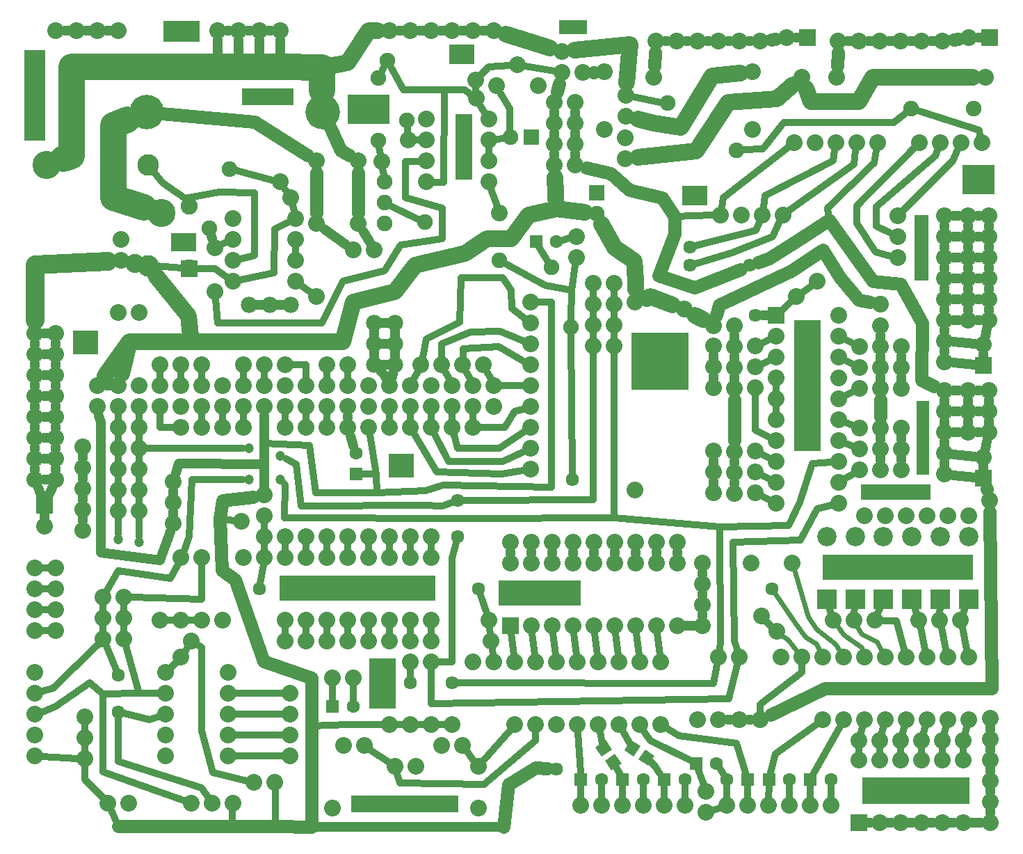
<source format=gbl>
G04 MADE WITH FRITZING*
G04 WWW.FRITZING.ORG*
G04 DOUBLE SIDED*
G04 HOLES PLATED*
G04 CONTOUR ON CENTER OF CONTOUR VECTOR*
%ASAXBY*%
%FSLAX23Y23*%
%MOIN*%
%OFA0B0*%
%SFA1.0B1.0*%
%ADD10C,0.078000*%
%ADD11C,0.092000*%
%ADD12C,0.080157*%
%ADD13C,0.165354*%
%ADD14C,0.134646*%
%ADD15C,0.103150*%
%ADD16C,0.063622*%
%ADD17C,0.047244*%
%ADD18C,0.075000*%
%ADD19C,0.082000*%
%ADD20C,0.062992*%
%ADD21R,0.748031X0.122048*%
%ADD22R,0.129257X0.239826*%
%ADD23R,0.393701X0.122048*%
%ADD24R,0.722221X0.122048*%
%ADD25R,0.157480X0.144443*%
%ADD26R,0.062992X0.354331*%
%ADD27R,0.337183X0.075036*%
%ADD28R,0.070866X0.314961*%
%ADD29R,0.078740X0.314961*%
%ADD30R,0.102362X0.433071*%
%ADD31R,0.171887X0.098425*%
%ADD32R,0.273998X0.275590*%
%ADD33R,0.118517X0.118110*%
%ADD34R,0.137796X0.070866*%
%ADD35R,0.247406X0.081480*%
%ADD36R,0.118517X0.092591*%
%ADD37R,0.118517X0.086614*%
%ADD38R,0.203702X0.144443*%
%ADD39R,0.125984X0.629921*%
%ADD40R,0.511811X0.078740*%
%ADD41R,0.511811X0.125984*%
%ADD42R,0.092000X0.092000*%
%ADD43R,0.082000X0.082000*%
%ADD44R,0.080157X0.080157*%
%ADD45R,0.062992X0.062992*%
%ADD46R,0.075000X0.075000*%
%ADD47C,0.064000*%
%ADD48C,0.032000*%
%ADD49C,0.048000*%
%ADD50C,0.024000*%
%ADD51C,0.128000*%
%ADD52C,0.080000*%
%ADD53C,0.090000*%
%ADD54R,0.001000X0.001000*%
%LNCOPPER0*%
G90*
G70*
G54D10*
X1108Y2552D03*
X1208Y2552D03*
X1308Y2552D03*
X1808Y2265D03*
X1808Y2365D03*
X1808Y2465D03*
X1808Y2265D03*
X1808Y2365D03*
X1808Y2465D03*
X1708Y2465D03*
X1708Y2365D03*
X1708Y2265D03*
G54D11*
X3878Y1143D03*
X3878Y1443D03*
X4014Y1143D03*
X4014Y1443D03*
X4150Y1143D03*
X4150Y1443D03*
X4286Y1143D03*
X4286Y1443D03*
X4422Y1143D03*
X4422Y1443D03*
X4558Y1143D03*
X4558Y1443D03*
G54D12*
X383Y2065D03*
X483Y2065D03*
X583Y2065D03*
X683Y2065D03*
X783Y2065D03*
X883Y2065D03*
X983Y2065D03*
X1083Y2065D03*
X1183Y2065D03*
X1283Y2065D03*
X1383Y2065D03*
X1483Y2065D03*
X1583Y2065D03*
X1683Y2065D03*
X1783Y2065D03*
X1883Y2065D03*
X1983Y2065D03*
X2083Y2065D03*
X2183Y2065D03*
X2283Y2065D03*
X383Y2065D03*
X483Y2065D03*
X583Y2065D03*
X683Y2065D03*
X783Y2065D03*
X883Y2065D03*
X983Y2065D03*
X1083Y2065D03*
X1183Y2065D03*
X1283Y2065D03*
X1383Y2065D03*
X1483Y2065D03*
X1583Y2065D03*
X1683Y2065D03*
X1783Y2065D03*
X1883Y2065D03*
X1983Y2065D03*
X2083Y2065D03*
X2183Y2065D03*
X2283Y2065D03*
X2283Y2165D03*
X2183Y2165D03*
X2083Y2165D03*
X1983Y2165D03*
X1883Y2165D03*
X1783Y2165D03*
X1683Y2165D03*
X1583Y2165D03*
X1483Y2165D03*
X1383Y2165D03*
X1283Y2165D03*
X1183Y2165D03*
X1083Y2165D03*
X983Y2165D03*
X883Y2165D03*
X783Y2165D03*
X683Y2165D03*
X583Y2165D03*
X483Y2165D03*
X383Y2165D03*
X1483Y2265D03*
X1583Y2265D03*
X683Y2265D03*
X783Y2265D03*
X883Y2265D03*
X1083Y2265D03*
X1183Y2265D03*
X1283Y2265D03*
X783Y1965D03*
X883Y1965D03*
X983Y1965D03*
X1083Y1965D03*
X1283Y1965D03*
X1383Y1965D03*
X1483Y1965D03*
X1783Y1965D03*
X1883Y1965D03*
X1983Y1965D03*
X2083Y1965D03*
X2183Y1965D03*
X1933Y2265D03*
X2033Y2265D03*
X2133Y2265D03*
X2233Y2265D03*
G54D13*
X1461Y3476D03*
X620Y3476D03*
G54D14*
X688Y2991D03*
G54D15*
X624Y2739D03*
X624Y3222D03*
G54D14*
X138Y3222D03*
G54D16*
X2108Y1440D03*
X2108Y1615D03*
G54D12*
X4158Y865D03*
X3358Y865D03*
X4258Y565D03*
X4458Y565D03*
X4458Y865D03*
X3958Y865D03*
X4058Y865D03*
X3458Y565D03*
X3258Y565D03*
X3358Y565D03*
X3458Y865D03*
X4158Y565D03*
X4558Y565D03*
X3958Y565D03*
X4258Y865D03*
X3558Y565D03*
X4358Y565D03*
X3858Y865D03*
X4058Y565D03*
X3858Y565D03*
X3758Y865D03*
X4558Y865D03*
X3658Y865D03*
X4358Y865D03*
X1583Y1340D03*
X783Y1340D03*
X1683Y1040D03*
X1883Y1040D03*
X1883Y1340D03*
X1383Y1340D03*
X1483Y1340D03*
X883Y1040D03*
X683Y1040D03*
X783Y1040D03*
X883Y1340D03*
X1583Y1040D03*
X1983Y1040D03*
X1383Y1040D03*
X1683Y1340D03*
X983Y1040D03*
X1783Y1040D03*
X1283Y1340D03*
X1483Y1040D03*
X1283Y1040D03*
X1183Y1340D03*
X1983Y1340D03*
X1083Y1340D03*
X1783Y1340D03*
X3083Y540D03*
X2983Y540D03*
X2883Y540D03*
X2783Y540D03*
X2683Y540D03*
X2583Y540D03*
X1983Y540D03*
X2983Y840D03*
X2583Y840D03*
X2283Y840D03*
X1883Y540D03*
X2883Y840D03*
X2383Y540D03*
X3083Y840D03*
X2683Y840D03*
X2383Y840D03*
X1983Y840D03*
X1783Y540D03*
X2483Y540D03*
X2083Y540D03*
X2783Y840D03*
X2483Y840D03*
X2183Y840D03*
X1883Y840D03*
G54D16*
X2658Y1715D03*
X2083Y740D03*
X1883Y740D03*
G54D12*
X1908Y340D03*
X2208Y140D03*
X2208Y340D03*
X1808Y340D03*
X1508Y140D03*
G54D16*
X3614Y1190D03*
G54D12*
X833Y940D03*
X783Y865D03*
G54D16*
X2208Y1190D03*
X2583Y327D03*
X1158Y1190D03*
X483Y602D03*
X483Y777D03*
G54D17*
X1258Y1827D03*
X1108Y1865D03*
X1108Y1715D03*
X1258Y1715D03*
X583Y1415D03*
X483Y1427D03*
G54D16*
X3221Y2740D03*
X3221Y2827D03*
X3508Y2740D03*
X3536Y2501D03*
G54D12*
X3194Y2530D03*
X496Y2765D03*
X4659Y1616D03*
X496Y2865D03*
X3833Y2665D03*
X3733Y2590D03*
X1433Y2590D03*
X3637Y987D03*
X2269Y940D03*
X1183Y1440D03*
X1308Y3065D03*
X3564Y1062D03*
X2258Y1040D03*
X1071Y1515D03*
X4662Y572D03*
X4662Y472D03*
X4662Y372D03*
X4662Y272D03*
X4662Y172D03*
X4662Y72D03*
X4108Y1040D03*
X4008Y1040D03*
X3908Y1040D03*
X4519Y1040D03*
X4419Y1040D03*
X4319Y1040D03*
X4558Y1543D03*
X4458Y1543D03*
X4358Y1543D03*
X4258Y1543D03*
X4158Y1543D03*
X4058Y1543D03*
X4531Y466D03*
X4431Y466D03*
X4331Y466D03*
X4231Y466D03*
X4131Y466D03*
X4031Y466D03*
X1258Y3140D03*
X1333Y2665D03*
X1033Y2665D03*
X1333Y2965D03*
X1333Y2765D03*
X1333Y2865D03*
X1033Y2765D03*
X1033Y2965D03*
X1033Y2865D03*
X1433Y3240D03*
X1433Y2940D03*
X1633Y3240D03*
X1633Y2940D03*
X944Y2615D03*
X944Y2826D03*
X1744Y3237D03*
X1872Y3340D03*
X2308Y2990D03*
X2194Y3629D03*
X2197Y3540D03*
X2258Y3440D03*
X2258Y3140D03*
X1958Y3340D03*
X2258Y3340D03*
X2258Y3240D03*
X1958Y3140D03*
X1958Y3440D03*
X1958Y3240D03*
X2394Y3701D03*
X2494Y3601D03*
X2294Y3601D03*
G54D18*
X919Y2919D03*
X1015Y3203D03*
X1951Y2947D03*
X2307Y2766D03*
X1728Y3339D03*
X1728Y3639D03*
X4283Y3490D03*
X4583Y3490D03*
X2652Y2444D03*
X2559Y2730D03*
X1866Y3436D03*
X1773Y3721D03*
G54D19*
X823Y2727D03*
X823Y3025D03*
G54D12*
X1708Y2815D03*
X1608Y2815D03*
X2608Y3765D03*
X2913Y3250D03*
X2913Y3350D03*
X2914Y3455D03*
X2914Y3555D03*
X2708Y3665D03*
X2608Y3665D03*
X1183Y1540D03*
X1183Y1640D03*
X2133Y440D03*
X2033Y440D03*
X1663Y440D03*
X1563Y440D03*
X1233Y265D03*
X1133Y265D03*
X2958Y2565D03*
X2958Y1665D03*
X2678Y2879D03*
X2678Y2779D03*
X3400Y154D03*
X3500Y154D03*
X3798Y154D03*
X3898Y154D03*
X3600Y154D03*
X3700Y154D03*
X3300Y120D03*
X3300Y220D03*
X1508Y765D03*
X1608Y765D03*
X3097Y154D03*
X3197Y154D03*
X2897Y154D03*
X2997Y154D03*
X2697Y154D03*
X2797Y154D03*
X1583Y1965D03*
X1683Y1965D03*
X3058Y3815D03*
X3158Y3815D03*
X3258Y3815D03*
X3358Y3815D03*
X3458Y3815D03*
X3558Y3815D03*
X3933Y3815D03*
X4033Y3815D03*
X4133Y3815D03*
X4233Y3815D03*
X4333Y3815D03*
X4433Y3815D03*
X2811Y3390D03*
X3522Y3390D03*
X3522Y3668D03*
X4637Y3643D03*
X3758Y3643D03*
X2813Y3668D03*
X3926Y3643D03*
X3047Y3643D03*
X3785Y3832D03*
X3685Y3832D03*
X4660Y3831D03*
X4560Y3831D03*
X4629Y2261D03*
X4629Y2361D03*
X4629Y1722D03*
X4629Y1822D03*
X128Y1591D03*
X128Y1491D03*
X410Y1152D03*
X410Y1052D03*
X410Y952D03*
X410Y1152D03*
X410Y1052D03*
X410Y952D03*
X510Y952D03*
X510Y1052D03*
X510Y1152D03*
X483Y1965D03*
X483Y1865D03*
X483Y1765D03*
X483Y1665D03*
X483Y1565D03*
X483Y1965D03*
X483Y1865D03*
X483Y1765D03*
X483Y1665D03*
X483Y1565D03*
X583Y1565D03*
X583Y1665D03*
X583Y1765D03*
X583Y1865D03*
X583Y1965D03*
X83Y2415D03*
X83Y2315D03*
X83Y2215D03*
X83Y2115D03*
X83Y2015D03*
X83Y1915D03*
X83Y1815D03*
X83Y1715D03*
X83Y2415D03*
X83Y2315D03*
X83Y2215D03*
X83Y2115D03*
X83Y2015D03*
X83Y1915D03*
X83Y1815D03*
X83Y1715D03*
X183Y1715D03*
X183Y1815D03*
X183Y1915D03*
X183Y2015D03*
X183Y2115D03*
X183Y2215D03*
X183Y2315D03*
X183Y2415D03*
X2458Y2565D03*
X2458Y2465D03*
X2458Y2365D03*
X2458Y2265D03*
X2458Y2165D03*
X2458Y2065D03*
X2458Y1965D03*
X2458Y1865D03*
X2458Y1765D03*
X1983Y1440D03*
X1883Y1440D03*
X1783Y1440D03*
X1683Y1440D03*
X1583Y1440D03*
X1483Y1440D03*
X1383Y1440D03*
X1283Y1440D03*
X1983Y940D03*
X1883Y940D03*
X1783Y940D03*
X1683Y940D03*
X1583Y940D03*
X1483Y940D03*
X1383Y940D03*
X1283Y940D03*
X83Y390D03*
X83Y490D03*
X83Y590D03*
X83Y690D03*
X83Y790D03*
X4121Y3327D03*
X4021Y3327D03*
X3921Y3327D03*
X3821Y3327D03*
X3721Y3327D03*
X183Y990D03*
X183Y1090D03*
X183Y1190D03*
X183Y1290D03*
X83Y990D03*
X83Y1090D03*
X83Y1190D03*
X83Y1290D03*
X4621Y3327D03*
X4521Y3327D03*
X4421Y3327D03*
X4321Y3327D03*
X1306Y690D03*
X1306Y590D03*
X1306Y490D03*
X1306Y390D03*
X1008Y790D03*
X1008Y690D03*
X1008Y590D03*
X1008Y490D03*
X1008Y390D03*
X708Y790D03*
X708Y690D03*
X708Y590D03*
X708Y490D03*
X708Y390D03*
G54D18*
X3446Y3293D03*
X3114Y3517D03*
G54D12*
X4136Y2554D03*
X3636Y2501D03*
X3936Y2501D03*
X3636Y2401D03*
X3936Y2401D03*
X3636Y2301D03*
X3936Y2301D03*
X3636Y2201D03*
X3936Y2201D03*
X3636Y2101D03*
X3936Y2101D03*
X3636Y2001D03*
X3936Y2001D03*
X3636Y1901D03*
X3936Y1901D03*
X3636Y1801D03*
X3936Y1801D03*
X3636Y1701D03*
X3936Y1701D03*
X3636Y1601D03*
X3936Y1601D03*
X3536Y2154D03*
X3536Y2254D03*
X3536Y2354D03*
X3536Y1651D03*
X3536Y1751D03*
X3536Y1851D03*
X4036Y1762D03*
X4036Y1862D03*
X4036Y1962D03*
X4036Y2151D03*
X4036Y2251D03*
X4036Y2351D03*
X3436Y2451D03*
X3436Y2351D03*
X3436Y2251D03*
X3436Y2151D03*
X4136Y2451D03*
X4136Y2351D03*
X4136Y2251D03*
X4136Y2151D03*
X3336Y1651D03*
X3336Y1751D03*
X3336Y1851D03*
X3436Y1648D03*
X3436Y1748D03*
X3436Y1848D03*
X3336Y2154D03*
X3336Y2254D03*
X3336Y2354D03*
X4136Y1762D03*
X4136Y1862D03*
X4136Y1962D03*
X2858Y2356D03*
X2858Y2456D03*
X2858Y2556D03*
X2858Y2656D03*
X483Y3865D03*
X383Y3865D03*
X283Y3865D03*
X183Y3865D03*
X2758Y2356D03*
X2758Y2456D03*
X2758Y2556D03*
X2758Y2656D03*
X1258Y3865D03*
X1158Y3865D03*
X1058Y3865D03*
X958Y3865D03*
X2283Y3865D03*
X2183Y3865D03*
X2083Y3865D03*
X1983Y3865D03*
X1883Y3865D03*
X1783Y3865D03*
X2572Y3220D03*
X2572Y3320D03*
X2572Y3420D03*
X2572Y3520D03*
X2672Y3220D03*
X2672Y3320D03*
X2672Y3420D03*
X2672Y3520D03*
X4236Y1762D03*
X4236Y1862D03*
X4236Y1962D03*
X4236Y2151D03*
X4236Y2251D03*
X4236Y2351D03*
X3336Y2451D03*
X533Y165D03*
X433Y165D03*
X3283Y1315D03*
X3283Y1215D03*
X3283Y1115D03*
X3283Y1015D03*
X311Y1872D03*
X311Y1772D03*
X311Y1672D03*
X311Y1572D03*
X311Y1472D03*
X4556Y2979D03*
X4556Y2879D03*
X4556Y2779D03*
X4556Y2679D03*
X4556Y2579D03*
X4556Y2479D03*
X4656Y2979D03*
X4656Y2879D03*
X4656Y2779D03*
X4656Y2679D03*
X4656Y2579D03*
X4656Y2479D03*
X4443Y2979D03*
X4443Y2879D03*
X4443Y2779D03*
X4443Y2679D03*
X4443Y2579D03*
X4443Y2479D03*
X4443Y2379D03*
X4443Y2279D03*
X321Y577D03*
X321Y477D03*
X321Y377D03*
X746Y1704D03*
X746Y1604D03*
X746Y1504D03*
X4442Y2140D03*
X4442Y2040D03*
X4442Y1940D03*
X4442Y1840D03*
X4442Y1740D03*
X4556Y2140D03*
X4556Y2040D03*
X4556Y1940D03*
X4656Y2140D03*
X4656Y2040D03*
X4656Y1940D03*
X1031Y165D03*
X931Y165D03*
X831Y165D03*
X4031Y70D03*
X4031Y370D03*
X4131Y70D03*
X4131Y370D03*
X4231Y70D03*
X4231Y370D03*
X4331Y70D03*
X4331Y370D03*
X4431Y70D03*
X4431Y370D03*
X4531Y70D03*
X4531Y370D03*
X2361Y1015D03*
X2361Y1315D03*
X2461Y1015D03*
X2461Y1315D03*
X2561Y1015D03*
X2561Y1315D03*
X2661Y1015D03*
X2661Y1315D03*
X2761Y1015D03*
X2761Y1315D03*
X2861Y1015D03*
X2861Y1315D03*
X2961Y1015D03*
X2961Y1315D03*
X3061Y1015D03*
X3061Y1315D03*
X3161Y1015D03*
X3161Y1315D03*
X2361Y1415D03*
X2461Y1415D03*
X2561Y1415D03*
X2661Y1415D03*
X2761Y1415D03*
X2861Y1415D03*
X2961Y1415D03*
X3061Y1415D03*
X3161Y1415D03*
X3514Y1315D03*
X3713Y1314D03*
X4217Y2977D03*
X4217Y2877D03*
X4217Y2777D03*
X3669Y2983D03*
X3569Y2983D03*
X3469Y2983D03*
X3369Y2983D03*
X481Y2515D03*
X581Y2515D03*
G54D20*
X2484Y2855D03*
X2582Y2855D03*
X3498Y279D03*
X3400Y279D03*
X3800Y279D03*
X3898Y279D03*
X3602Y279D03*
X3700Y279D03*
X3252Y356D03*
X3350Y356D03*
X1510Y627D03*
X1608Y627D03*
X3099Y279D03*
X3197Y279D03*
X2899Y279D03*
X2997Y279D03*
X2699Y279D03*
X2797Y279D03*
X1621Y1741D03*
X1621Y1840D03*
G54D18*
X2774Y3088D03*
X2774Y2988D03*
X2461Y3354D03*
X2361Y3354D03*
X1758Y2940D03*
X1758Y3040D03*
X1758Y3140D03*
G54D21*
X1627Y1196D03*
G54D22*
X1749Y737D03*
G54D23*
X2501Y1170D03*
G54D24*
X4217Y1296D03*
G54D25*
X4605Y3150D03*
G54D26*
X4338Y1915D03*
G54D27*
X4209Y1654D03*
G54D28*
X4331Y2826D03*
G54D29*
X2138Y3309D03*
G54D30*
X83Y3554D03*
G54D31*
X786Y3862D03*
G54D32*
X3078Y2280D03*
G54D33*
X1840Y1783D03*
X324Y2371D03*
G54D34*
X2662Y3880D03*
G54D35*
X1198Y3548D03*
G54D36*
X3245Y3076D03*
G54D37*
X794Y2853D03*
G54D36*
X2130Y3750D03*
G54D38*
X1683Y3487D03*
G54D39*
X3785Y2166D03*
G54D40*
X1854Y162D03*
G54D41*
X4304Y225D03*
G54D42*
X3878Y1143D03*
X4014Y1143D03*
X4150Y1143D03*
X4286Y1143D03*
X4422Y1143D03*
X4558Y1143D03*
G54D43*
X823Y2726D03*
G54D44*
X3785Y3832D03*
X4660Y3831D03*
X4629Y2261D03*
X4629Y1722D03*
X128Y1591D03*
X3636Y2501D03*
X4031Y70D03*
X2361Y1015D03*
G54D45*
X2484Y2855D03*
X3498Y279D03*
X3800Y279D03*
X3602Y279D03*
X3252Y356D03*
X1510Y627D03*
X3099Y279D03*
X2899Y279D03*
X2699Y279D03*
X1621Y1741D03*
G54D46*
X2774Y3088D03*
X2461Y3354D03*
G54D47*
X3870Y714D02*
X4670Y714D01*
D02*
X3607Y588D02*
X3870Y714D01*
D02*
X4670Y714D02*
X4660Y1563D01*
G54D48*
D02*
X3426Y2803D02*
X3619Y2878D01*
D02*
X3619Y2878D02*
X3653Y2950D01*
D02*
X3248Y2748D02*
X3426Y2803D01*
D02*
X3537Y2907D02*
X3248Y2834D01*
D02*
X3555Y2949D02*
X3537Y2907D01*
D02*
X2950Y3548D02*
X3080Y3523D01*
D02*
X4483Y3240D02*
X4243Y3003D01*
D02*
X4506Y3294D02*
X4483Y3240D01*
D02*
X4397Y3265D02*
X4114Y3020D01*
D02*
X4114Y3020D02*
X4114Y2929D01*
D02*
X4114Y2929D02*
X4184Y2894D01*
D02*
X4408Y3293D02*
X4397Y3265D01*
D02*
X4022Y2940D02*
X4111Y2804D01*
D02*
X4022Y3026D02*
X4022Y2940D01*
D02*
X4111Y2804D02*
X4181Y2786D01*
D02*
X4295Y3301D02*
X4022Y3026D01*
G54D49*
D02*
X4443Y2521D02*
X4443Y2536D01*
D02*
X4443Y2421D02*
X4443Y2436D01*
D02*
X4443Y2321D02*
X4443Y2336D01*
D02*
X4556Y2721D02*
X4556Y2736D01*
D02*
X4556Y2621D02*
X4556Y2636D01*
D02*
X4556Y2521D02*
X4556Y2536D01*
D02*
X4656Y2721D02*
X4656Y2736D01*
D02*
X4656Y2621D02*
X4656Y2636D01*
D02*
X4656Y2521D02*
X4656Y2536D01*
D02*
X4598Y2679D02*
X4613Y2679D01*
D02*
X4598Y2579D02*
X4613Y2579D01*
D02*
X4598Y2479D02*
X4613Y2479D01*
D02*
X4485Y2679D02*
X4513Y2679D01*
D02*
X4485Y2579D02*
X4513Y2579D01*
D02*
X4485Y2479D02*
X4513Y2479D01*
D02*
X4646Y2437D02*
X4638Y2403D01*
D02*
X4485Y2375D02*
X4587Y2365D01*
D02*
X4485Y2275D02*
X4587Y2265D01*
G54D48*
D02*
X410Y1089D02*
X410Y1116D01*
D02*
X410Y989D02*
X410Y1016D01*
D02*
X510Y1089D02*
X510Y1116D01*
D02*
X510Y989D02*
X510Y1016D01*
D02*
X321Y514D02*
X321Y541D01*
D02*
X321Y414D02*
X321Y441D01*
D02*
X1719Y1743D02*
X1653Y1742D01*
D02*
X2500Y2827D02*
X2541Y2759D01*
D02*
X3032Y465D02*
X3223Y371D01*
D02*
X3003Y509D02*
X3032Y465D01*
G54D49*
D02*
X732Y1464D02*
X683Y1327D01*
D02*
X683Y1327D02*
X397Y1365D01*
D02*
X1183Y1789D02*
X1183Y1682D01*
D02*
X1183Y1889D02*
X1183Y1789D01*
D02*
X772Y1790D02*
X758Y1744D01*
D02*
X1183Y1789D02*
X772Y1790D01*
D02*
X397Y1365D02*
X397Y1987D01*
D02*
X1183Y2022D02*
X1183Y1889D01*
D02*
X397Y1987D02*
X390Y2023D01*
G54D48*
D02*
X883Y1140D02*
X883Y1303D01*
D02*
X546Y1151D02*
X883Y1140D01*
D02*
X483Y1902D02*
X483Y1928D01*
D02*
X483Y1802D02*
X483Y1828D01*
D02*
X483Y1702D02*
X483Y1728D01*
D02*
X483Y1602D02*
X483Y1628D01*
D02*
X583Y1602D02*
X583Y1628D01*
D02*
X583Y1728D02*
X583Y1702D01*
D02*
X583Y1828D02*
X583Y1802D01*
D02*
X583Y1928D02*
X583Y1902D01*
G54D49*
D02*
X1250Y2552D02*
X1267Y2552D01*
D02*
X1150Y2552D02*
X1167Y2552D01*
G54D48*
D02*
X4527Y1004D02*
X4550Y901D01*
D02*
X4427Y1004D02*
X4450Y901D01*
D02*
X4327Y1004D02*
X4350Y901D01*
D02*
X4211Y1037D02*
X4249Y900D01*
D02*
X4145Y1039D02*
X4211Y1037D01*
G54D50*
D02*
X4044Y974D02*
X4119Y937D01*
D02*
X4119Y937D02*
X4143Y892D01*
D02*
X4023Y1012D02*
X4044Y974D01*
D02*
X4046Y911D02*
X4050Y895D01*
D02*
X3957Y972D02*
X4046Y911D01*
D02*
X3927Y1015D02*
X3957Y972D01*
G54D48*
D02*
X3890Y1102D02*
X3898Y1075D01*
D02*
X4012Y1100D02*
X4010Y1076D01*
D02*
X4134Y1103D02*
X4122Y1074D01*
D02*
X4299Y1102D02*
X4308Y1075D01*
D02*
X4421Y1100D02*
X4420Y1077D01*
D02*
X4543Y1103D02*
X4532Y1074D01*
G54D47*
D02*
X2352Y254D02*
X2483Y334D01*
D02*
X2483Y334D02*
X2538Y330D01*
D02*
X2328Y51D02*
X2352Y254D01*
G54D48*
D02*
X1234Y54D02*
X1234Y228D01*
D02*
X1028Y54D02*
X1030Y128D01*
G54D49*
D02*
X1408Y51D02*
X2328Y51D01*
G54D47*
D02*
X1234Y54D02*
X1408Y51D01*
D02*
X1028Y54D02*
X1234Y54D01*
D02*
X483Y54D02*
X1028Y54D01*
G54D48*
D02*
X448Y131D02*
X483Y54D01*
G54D49*
D02*
X1826Y3865D02*
X1841Y3865D01*
D02*
X1926Y3865D02*
X1941Y3865D01*
D02*
X4513Y2979D02*
X4485Y2979D01*
D02*
X4513Y2879D02*
X4485Y2879D01*
D02*
X4513Y2779D02*
X4485Y2779D01*
D02*
X4443Y2936D02*
X4443Y2921D01*
D02*
X4443Y2836D02*
X4443Y2821D01*
D02*
X4443Y2736D02*
X4443Y2721D01*
D02*
X4443Y2636D02*
X4443Y2621D01*
D02*
X3203Y1015D02*
X3241Y1015D01*
D02*
X1158Y3690D02*
X1158Y3822D01*
D02*
X1058Y3690D02*
X1058Y3822D01*
D02*
X958Y3690D02*
X958Y3822D01*
D02*
X1258Y3690D02*
X1258Y3822D01*
D02*
X3283Y1257D02*
X3283Y1272D01*
D02*
X3283Y1157D02*
X3283Y1172D01*
D02*
X3283Y1072D02*
X3283Y1057D01*
G54D48*
D02*
X820Y1040D02*
X847Y1040D01*
D02*
X720Y1040D02*
X747Y1040D01*
G54D49*
D02*
X3416Y565D02*
X3401Y565D01*
D02*
X3516Y565D02*
X3501Y565D01*
G54D48*
D02*
X3758Y790D02*
X3558Y638D01*
D02*
X3558Y638D02*
X3558Y602D01*
D02*
X3758Y828D02*
X3758Y790D01*
D02*
X4548Y529D02*
X4541Y501D01*
D02*
X4441Y501D02*
X4448Y529D01*
D02*
X4341Y501D02*
X4348Y529D01*
D02*
X4248Y529D02*
X4241Y501D01*
D02*
X4148Y529D02*
X4141Y501D01*
D02*
X4048Y529D02*
X4041Y501D01*
D02*
X1183Y1403D02*
X1183Y1377D01*
D02*
X1283Y1403D02*
X1283Y1377D01*
D02*
X1383Y1403D02*
X1383Y1377D01*
D02*
X1483Y1403D02*
X1483Y1377D01*
D02*
X1583Y1403D02*
X1583Y1377D01*
D02*
X1683Y1403D02*
X1683Y1377D01*
D02*
X1783Y1403D02*
X1783Y1377D01*
D02*
X1883Y1403D02*
X1883Y1377D01*
D02*
X1983Y1403D02*
X1983Y1377D01*
D02*
X1983Y977D02*
X1983Y1003D01*
D02*
X1883Y1003D02*
X1883Y977D01*
D02*
X1783Y1003D02*
X1783Y977D01*
D02*
X1683Y1003D02*
X1683Y977D01*
D02*
X1583Y1003D02*
X1583Y977D01*
D02*
X1483Y1003D02*
X1483Y977D01*
D02*
X1383Y1003D02*
X1383Y977D01*
D02*
X1283Y1003D02*
X1283Y977D01*
G54D49*
D02*
X4136Y1804D02*
X4136Y1820D01*
D02*
X2572Y3278D02*
X2572Y3263D01*
D02*
X2572Y3378D02*
X2572Y3363D01*
D02*
X2572Y3478D02*
X2572Y3463D01*
G54D47*
D02*
X1433Y3186D02*
X1433Y2993D01*
D02*
X1633Y3186D02*
X1633Y2993D01*
G54D48*
D02*
X2295Y3345D02*
X2327Y3349D01*
G54D49*
D02*
X226Y3865D02*
X241Y3865D01*
D02*
X341Y3865D02*
X326Y3865D01*
D02*
X426Y3865D02*
X441Y3865D01*
G54D48*
D02*
X1847Y540D02*
X1820Y540D01*
D02*
X1947Y540D02*
X1920Y540D01*
D02*
X2047Y540D02*
X2020Y540D01*
D02*
X3066Y978D02*
X3079Y876D01*
D02*
X2966Y978D02*
X2979Y876D01*
D02*
X2866Y978D02*
X2879Y876D01*
D02*
X2766Y978D02*
X2779Y876D01*
D02*
X2666Y978D02*
X2679Y876D01*
D02*
X2566Y978D02*
X2579Y876D01*
D02*
X2466Y978D02*
X2479Y876D01*
D02*
X2366Y978D02*
X2379Y876D01*
D02*
X1608Y728D02*
X1608Y660D01*
D02*
X4031Y429D02*
X4031Y407D01*
G54D49*
D02*
X311Y1530D02*
X311Y1514D01*
D02*
X311Y1630D02*
X311Y1614D01*
D02*
X311Y1730D02*
X311Y1714D01*
D02*
X311Y1830D02*
X311Y1814D01*
D02*
X1583Y2007D02*
X1583Y2022D01*
D02*
X1610Y1876D02*
X1595Y1924D01*
D02*
X1758Y2215D02*
X1764Y2203D01*
D02*
X1737Y2236D02*
X1758Y2215D01*
D02*
X1798Y2225D02*
X1794Y2206D01*
D02*
X1750Y2265D02*
X1767Y2265D01*
D02*
X1808Y2324D02*
X1808Y2306D01*
D02*
X1708Y2324D02*
X1708Y2306D01*
D02*
X1750Y2365D02*
X1767Y2365D01*
D02*
X1808Y2406D02*
X1808Y2424D01*
D02*
X1708Y2406D02*
X1708Y2424D01*
D02*
X1767Y2465D02*
X1750Y2465D01*
D02*
X4629Y2304D02*
X4629Y2319D01*
D02*
X4556Y2836D02*
X4556Y2821D01*
D02*
X4656Y2836D02*
X4656Y2821D01*
D02*
X4598Y2779D02*
X4613Y2779D01*
D02*
X4598Y2879D02*
X4613Y2879D01*
D02*
X4598Y2979D02*
X4613Y2979D01*
D02*
X4656Y2936D02*
X4656Y2921D01*
D02*
X4556Y2936D02*
X4556Y2921D01*
G54D48*
D02*
X3368Y329D02*
X3382Y306D01*
D02*
X2758Y2393D02*
X2758Y2420D01*
D02*
X2858Y2420D02*
X2858Y2393D01*
D02*
X2858Y2520D02*
X2858Y2493D01*
D02*
X2758Y2520D02*
X2758Y2493D01*
D02*
X2758Y2620D02*
X2758Y2593D01*
D02*
X2858Y2620D02*
X2858Y2593D01*
G54D49*
D02*
X4236Y2293D02*
X4236Y2309D01*
D02*
X4236Y2193D02*
X4236Y2209D01*
D02*
X4236Y1904D02*
X4236Y1920D01*
D02*
X4236Y1804D02*
X4236Y1820D01*
D02*
X3336Y2296D02*
X3336Y2311D01*
D02*
X3336Y2196D02*
X3336Y2211D01*
D02*
X3336Y1793D02*
X3336Y1809D01*
D02*
X3336Y1693D02*
X3336Y1709D01*
D02*
X4484Y1736D02*
X4587Y1726D01*
D02*
X4484Y1836D02*
X4587Y1826D01*
G54D48*
D02*
X3536Y1951D02*
X3603Y1917D01*
D02*
X3536Y2117D02*
X3536Y1951D01*
D02*
X3831Y1576D02*
X3753Y1426D01*
D02*
X3753Y1426D02*
X3430Y1416D01*
D02*
X3434Y943D02*
X3448Y900D01*
D02*
X3430Y1416D02*
X3434Y943D01*
D02*
X3900Y1592D02*
X3831Y1576D01*
D02*
X2233Y367D02*
X2359Y512D01*
D02*
X2483Y465D02*
X2483Y503D01*
D02*
X2234Y254D02*
X2483Y465D01*
D02*
X1831Y261D02*
X2234Y254D01*
D02*
X1819Y305D02*
X1831Y261D01*
D02*
X1693Y419D02*
X1778Y361D01*
D02*
X2155Y410D02*
X2186Y369D01*
D02*
X1510Y660D02*
X1509Y728D01*
D02*
X2686Y503D02*
X2697Y311D01*
D02*
X2698Y190D02*
X2698Y246D01*
D02*
X2797Y190D02*
X2797Y246D01*
D02*
X2898Y190D02*
X2898Y246D01*
D02*
X2865Y342D02*
X2884Y307D01*
D02*
X2791Y504D02*
X2803Y451D01*
D02*
X2997Y190D02*
X2997Y246D01*
D02*
X3054Y343D02*
X3080Y305D01*
D02*
X3029Y367D02*
X3054Y343D01*
D02*
X2901Y508D02*
X2934Y449D01*
D02*
X3098Y190D02*
X3098Y246D01*
D02*
X3197Y190D02*
X3197Y246D01*
D02*
X3370Y943D02*
X3364Y901D01*
D02*
X3366Y1487D02*
X3370Y943D01*
G54D50*
D02*
X3774Y963D02*
X3728Y1026D01*
D02*
X3828Y928D02*
X3774Y963D01*
D02*
X3728Y1026D02*
X3627Y1171D01*
D02*
X3845Y893D02*
X3828Y928D01*
D02*
X3828Y998D02*
X3917Y929D01*
D02*
X3917Y929D02*
X3941Y891D01*
D02*
X3787Y1057D02*
X3828Y998D01*
D02*
X3722Y1284D02*
X3787Y1057D01*
G54D49*
D02*
X4388Y70D02*
X4373Y70D01*
D02*
X4488Y70D02*
X4473Y70D01*
G54D48*
D02*
X4131Y407D02*
X4131Y429D01*
D02*
X4231Y407D02*
X4231Y429D01*
D02*
X4331Y407D02*
X4331Y429D01*
D02*
X4431Y429D02*
X4431Y407D01*
D02*
X4531Y407D02*
X4531Y429D01*
D02*
X3941Y533D02*
X3816Y307D01*
D02*
X3898Y190D02*
X3898Y246D01*
D02*
X3800Y246D02*
X3799Y190D01*
D02*
X3700Y246D02*
X3700Y190D01*
D02*
X3601Y246D02*
X3600Y190D01*
D02*
X3499Y246D02*
X3500Y190D01*
D02*
X3400Y246D02*
X3400Y190D01*
D02*
X3632Y403D02*
X3609Y310D01*
D02*
X3828Y543D02*
X3632Y403D01*
D02*
X3170Y489D02*
X3446Y451D01*
D02*
X3446Y451D02*
X3489Y310D01*
D02*
X3115Y521D02*
X3170Y489D01*
D02*
X3365Y142D02*
X3335Y132D01*
D02*
X3262Y326D02*
X3288Y255D01*
G54D49*
D02*
X4662Y130D02*
X4662Y114D01*
D02*
X4662Y230D02*
X4662Y214D01*
D02*
X4662Y330D02*
X4662Y314D01*
D02*
X4662Y430D02*
X4662Y414D01*
D02*
X4662Y530D02*
X4662Y514D01*
D02*
X4646Y1899D02*
X4638Y1863D01*
D02*
X4556Y1997D02*
X4556Y1982D01*
D02*
X746Y1561D02*
X746Y1546D01*
D02*
X4442Y1997D02*
X4442Y1982D01*
D02*
X4656Y1997D02*
X4656Y1982D01*
D02*
X4556Y2097D02*
X4556Y2082D01*
D02*
X746Y1661D02*
X746Y1646D01*
D02*
X4442Y2097D02*
X4442Y2082D01*
D02*
X4656Y2097D02*
X4656Y2082D01*
D02*
X4613Y1940D02*
X4598Y1940D01*
D02*
X4613Y2040D02*
X4598Y2040D01*
D02*
X4613Y2140D02*
X4598Y2140D01*
D02*
X4513Y2140D02*
X4484Y2140D01*
D02*
X4513Y2040D02*
X4484Y2040D01*
D02*
X4513Y1940D02*
X4484Y1940D01*
D02*
X4442Y1882D02*
X4442Y1897D01*
D02*
X4442Y1797D02*
X4442Y1782D01*
G54D48*
D02*
X3147Y2976D02*
X3332Y2982D01*
D02*
X3583Y3074D02*
X3575Y3019D01*
G54D50*
D02*
X3692Y949D02*
X3663Y969D01*
D02*
X3739Y889D02*
X3692Y949D01*
G54D48*
D02*
X2278Y876D02*
X2275Y903D01*
D02*
X3590Y1036D02*
X3612Y1013D01*
D02*
X2262Y1003D02*
X2265Y976D01*
D02*
X2083Y1339D02*
X2101Y1412D01*
D02*
X2083Y840D02*
X2083Y1339D01*
D02*
X2020Y840D02*
X2083Y840D01*
D02*
X2857Y1531D02*
X3366Y1487D01*
D02*
X2247Y1075D02*
X2217Y1163D01*
D02*
X1583Y540D02*
X1409Y535D01*
D02*
X1747Y540D02*
X1583Y540D01*
D02*
X1983Y640D02*
X1983Y803D01*
D02*
X3409Y665D02*
X1983Y640D01*
D02*
X3450Y829D02*
X3409Y665D01*
D02*
X3335Y739D02*
X3352Y829D01*
D02*
X2112Y740D02*
X3335Y739D01*
D02*
X1883Y803D02*
X1883Y768D01*
D02*
X4197Y3426D02*
X3672Y3426D01*
D02*
X3572Y3298D02*
X3480Y3294D01*
D02*
X3672Y3426D02*
X3572Y3298D01*
D02*
X4256Y3469D02*
X4197Y3426D01*
G54D47*
D02*
X3055Y3761D02*
X3051Y3696D01*
D02*
X3931Y3761D02*
X3928Y3696D01*
G54D49*
D02*
X3116Y3815D02*
X3101Y3815D01*
D02*
X3216Y3815D02*
X3201Y3815D01*
D02*
X3316Y3815D02*
X3301Y3815D01*
D02*
X3416Y3815D02*
X3401Y3815D01*
D02*
X3516Y3815D02*
X3501Y3815D01*
D02*
X3727Y3832D02*
X3743Y3832D01*
G54D47*
D02*
X3632Y3825D02*
X3611Y3822D01*
G54D49*
D02*
X3991Y3815D02*
X3976Y3815D01*
D02*
X4091Y3815D02*
X4076Y3815D01*
D02*
X4191Y3815D02*
X4176Y3815D01*
D02*
X4291Y3815D02*
X4276Y3815D01*
D02*
X4391Y3815D02*
X4376Y3815D01*
G54D47*
D02*
X4507Y3824D02*
X4486Y3822D01*
G54D51*
D02*
X257Y3265D02*
X220Y3251D01*
D02*
X257Y3691D02*
X257Y3265D01*
D02*
X1158Y3690D02*
X1058Y3690D01*
D02*
X1058Y3690D02*
X958Y3690D01*
D02*
X958Y3690D02*
X257Y3691D01*
D02*
X1258Y3690D02*
X1158Y3690D01*
D02*
X1459Y3689D02*
X1258Y3690D01*
D02*
X1460Y3578D02*
X1459Y3689D01*
G54D52*
D02*
X1583Y3713D02*
X1459Y3689D01*
D02*
X1683Y3865D02*
X1583Y3713D01*
D02*
X1724Y3865D02*
X1683Y3865D01*
D02*
X3637Y3538D02*
X3406Y3523D01*
D02*
X3406Y3523D02*
X3252Y3287D01*
D02*
X3252Y3287D02*
X2971Y3257D01*
D02*
X3714Y3604D02*
X3637Y3538D01*
D02*
X3330Y3647D02*
X3177Y3400D01*
D02*
X3177Y3400D02*
X3048Y3420D01*
D02*
X3048Y3420D02*
X2971Y3440D01*
D02*
X3464Y3661D02*
X3330Y3647D01*
D02*
X2919Y3614D02*
X2935Y3798D01*
D02*
X2552Y3782D02*
X2340Y3847D01*
D02*
X2935Y3798D02*
X2667Y3771D01*
G54D48*
D02*
X946Y2724D02*
X861Y2726D01*
D02*
X1002Y2686D02*
X946Y2724D01*
D02*
X2557Y2565D02*
X2559Y1678D01*
D02*
X1954Y1661D02*
X1722Y1651D01*
D02*
X2039Y1689D02*
X1954Y1661D01*
D02*
X2559Y1678D02*
X2039Y1689D01*
D02*
X2642Y2870D02*
X2614Y2863D01*
G54D47*
D02*
X3087Y3065D02*
X2932Y3103D01*
D02*
X3147Y2976D02*
X3087Y3065D01*
D02*
X3147Y2890D02*
X3147Y2976D01*
D02*
X3072Y2690D02*
X3147Y2890D01*
D02*
X2841Y3180D02*
X2724Y3208D01*
D02*
X2932Y3103D02*
X2841Y3180D01*
D02*
X3246Y2635D02*
X3072Y2690D01*
D02*
X3466Y2723D02*
X3246Y2635D01*
G54D48*
D02*
X4608Y3389D02*
X4316Y3480D01*
D02*
X4613Y3363D02*
X4608Y3389D01*
G54D47*
D02*
X4393Y2162D02*
X4331Y2191D01*
G54D49*
D02*
X4573Y71D02*
X4620Y72D01*
G54D47*
D02*
X4645Y1668D02*
X4644Y1671D01*
D02*
X4233Y2651D02*
X4097Y2665D01*
D02*
X4335Y2465D02*
X4233Y2651D01*
D02*
X4331Y2191D02*
X4335Y2465D01*
D02*
X4097Y2665D02*
X3888Y2958D01*
D02*
X3602Y2776D02*
X3550Y2756D01*
D02*
X3708Y2840D02*
X3602Y2776D01*
D02*
X3888Y2958D02*
X3708Y2840D01*
G54D48*
D02*
X3583Y3074D02*
X3908Y3240D01*
D02*
X3908Y3240D02*
X3915Y3291D01*
D02*
X4008Y3226D02*
X4016Y3291D01*
D02*
X3699Y3004D02*
X4008Y3226D01*
G54D49*
D02*
X2041Y3865D02*
X2026Y3865D01*
D02*
X2141Y3865D02*
X2126Y3865D01*
D02*
X2241Y3865D02*
X2226Y3865D01*
D02*
X1016Y3865D02*
X1001Y3865D01*
D02*
X1116Y3865D02*
X1101Y3865D01*
D02*
X1216Y3865D02*
X1201Y3865D01*
G54D48*
D02*
X3381Y3065D02*
X3374Y3019D01*
D02*
X3692Y3305D02*
X3381Y3065D01*
D02*
X4104Y3231D02*
X4114Y3291D01*
D02*
X3883Y3015D02*
X4104Y3231D01*
D02*
X3888Y2958D02*
X3883Y3015D01*
D02*
X170Y714D02*
X384Y926D01*
D02*
X119Y700D02*
X170Y714D01*
D02*
X183Y627D02*
X346Y740D01*
D02*
X346Y740D02*
X408Y689D01*
D02*
X118Y603D02*
X183Y627D01*
D02*
X424Y918D02*
X472Y804D01*
D02*
X483Y1528D02*
X483Y1456D01*
D02*
X520Y917D02*
X583Y691D01*
D02*
X583Y691D02*
X408Y689D01*
D02*
X583Y1528D02*
X583Y1443D01*
D02*
X408Y314D02*
X796Y177D01*
D02*
X408Y689D02*
X408Y314D01*
D02*
X321Y278D02*
X407Y191D01*
D02*
X321Y341D02*
X321Y278D01*
D02*
X120Y388D02*
X284Y379D01*
D02*
X483Y365D02*
X883Y239D01*
D02*
X883Y239D02*
X911Y196D01*
D02*
X483Y574D02*
X483Y365D01*
D02*
X1163Y1218D02*
X1177Y1304D01*
D02*
X935Y313D02*
X1098Y273D01*
D02*
X883Y913D02*
X883Y513D01*
D02*
X883Y513D02*
X935Y313D01*
D02*
X866Y922D02*
X883Y913D01*
D02*
X1183Y1503D02*
X1183Y1477D01*
D02*
X1034Y1519D02*
X969Y1527D01*
D02*
X583Y691D02*
X672Y690D01*
D02*
X631Y565D02*
X673Y578D01*
D02*
X511Y595D02*
X631Y565D01*
G54D47*
D02*
X1043Y1235D02*
X980Y1280D01*
D02*
X1180Y846D02*
X1043Y1235D01*
D02*
X969Y1527D02*
X983Y1614D01*
D02*
X980Y1280D02*
X969Y1527D01*
D02*
X983Y1614D02*
X1130Y1633D01*
D02*
X1409Y535D02*
X1409Y765D01*
D02*
X1408Y51D02*
X1409Y535D01*
D02*
X1409Y765D02*
X1180Y846D01*
G54D48*
D02*
X483Y1278D02*
X428Y1184D01*
D02*
X732Y1240D02*
X483Y1278D01*
D02*
X767Y1307D02*
X732Y1240D01*
G54D49*
D02*
X3161Y1372D02*
X3161Y1357D01*
G54D48*
D02*
X3900Y1798D02*
X3808Y1790D01*
D02*
X3694Y1495D02*
X3366Y1487D01*
D02*
X3747Y1604D02*
X3694Y1495D01*
D02*
X3808Y1790D02*
X3747Y1604D01*
D02*
X783Y2228D02*
X783Y2202D01*
D02*
X883Y2228D02*
X883Y2202D01*
D02*
X683Y2228D02*
X683Y2202D01*
D02*
X1083Y2228D02*
X1083Y2202D01*
D02*
X1183Y2228D02*
X1183Y2202D01*
D02*
X1383Y2265D02*
X1383Y2202D01*
D02*
X1320Y2265D02*
X1383Y2265D01*
D02*
X1483Y2228D02*
X1483Y2202D01*
D02*
X1583Y2202D02*
X1583Y2228D01*
G54D49*
D02*
X4288Y70D02*
X4273Y70D01*
G54D48*
D02*
X1917Y2232D02*
X1900Y2198D01*
D02*
X2050Y2232D02*
X2067Y2198D01*
G54D49*
D02*
X2861Y1372D02*
X2861Y1357D01*
G54D48*
D02*
X2150Y2232D02*
X2167Y2198D01*
D02*
X2267Y2198D02*
X2250Y2232D01*
D02*
X2183Y2002D02*
X2183Y2028D01*
D02*
X2083Y2002D02*
X2083Y2028D01*
D02*
X1983Y2002D02*
X1983Y2028D01*
D02*
X1883Y2002D02*
X1883Y2028D01*
D02*
X1783Y2002D02*
X1783Y2028D01*
D02*
X1483Y2002D02*
X1483Y2028D01*
D02*
X1383Y2002D02*
X1383Y2028D01*
D02*
X1283Y2002D02*
X1283Y2028D01*
G54D49*
D02*
X2561Y1372D02*
X2561Y1357D01*
G54D48*
D02*
X1083Y2002D02*
X1083Y2028D01*
D02*
X983Y2028D02*
X983Y2002D01*
D02*
X883Y2002D02*
X883Y2028D01*
D02*
X683Y1965D02*
X747Y1965D01*
D02*
X683Y2028D02*
X683Y1965D01*
D02*
X483Y2002D02*
X483Y2028D01*
D02*
X583Y2002D02*
X583Y2028D01*
D02*
X1270Y690D02*
X1045Y690D01*
G54D49*
D02*
X1655Y2904D02*
X1687Y2851D01*
G54D48*
D02*
X2239Y3471D02*
X2216Y3508D01*
D02*
X1288Y3095D02*
X1279Y3109D01*
D02*
X2196Y3577D02*
X2196Y3592D01*
D02*
X2297Y3025D02*
X2270Y3105D01*
D02*
X1333Y2802D02*
X1333Y2828D01*
D02*
X2258Y3277D02*
X2258Y3303D01*
D02*
X2357Y3491D02*
X2360Y3388D01*
D02*
X2257Y3691D02*
X2221Y3654D01*
D02*
X2358Y3698D02*
X2257Y3691D01*
D02*
X2357Y3491D02*
X2313Y3569D01*
D02*
X1233Y2915D02*
X1228Y2704D01*
D02*
X1228Y2704D02*
X1069Y2672D01*
D02*
X1300Y2948D02*
X1233Y2915D01*
D02*
X2046Y3580D02*
X2043Y3139D01*
D02*
X2043Y3139D02*
X1995Y3139D01*
D02*
X1922Y3340D02*
X1909Y3340D01*
D02*
X1870Y3376D02*
X1868Y3402D01*
D02*
X1733Y3306D02*
X1739Y3273D01*
D02*
X1750Y3201D02*
X1754Y3174D01*
D02*
X1920Y2962D02*
X1789Y3025D01*
D02*
X978Y2841D02*
X999Y2850D01*
G54D49*
D02*
X4136Y2393D02*
X4136Y2409D01*
G54D48*
D02*
X1223Y3149D02*
X1048Y3195D01*
D02*
X2046Y3580D02*
X2143Y3580D01*
D02*
X2143Y3580D02*
X2168Y3561D01*
D02*
X1850Y3583D02*
X2046Y3580D01*
D02*
X1790Y3691D02*
X1850Y3583D01*
D02*
X1756Y3691D02*
X1744Y3669D01*
D02*
X965Y3091D02*
X1134Y3089D01*
D02*
X802Y3061D02*
X965Y3091D01*
D02*
X1134Y3089D02*
X1134Y2789D01*
D02*
X1134Y2789D02*
X1069Y2773D01*
D02*
X691Y3139D02*
X802Y3061D01*
D02*
X647Y3194D02*
X691Y3139D01*
G54D51*
D02*
X457Y3413D02*
X525Y3439D01*
D02*
X457Y3065D02*
X457Y3413D01*
D02*
X605Y3017D02*
X457Y3065D01*
G54D48*
D02*
X1324Y3000D02*
X1317Y3029D01*
G54D49*
D02*
X929Y2881D02*
X933Y2867D01*
G54D48*
D02*
X1404Y2612D02*
X1362Y2643D01*
D02*
X802Y3061D02*
X804Y3057D01*
D02*
X786Y2729D02*
X661Y2737D01*
D02*
X1835Y2839D02*
X2035Y2868D01*
D02*
X1759Y2715D02*
X1835Y2839D01*
D02*
X2035Y2868D02*
X2034Y3014D01*
D02*
X957Y2465D02*
X1457Y2465D01*
D02*
X1557Y2665D02*
X1759Y2715D01*
D02*
X1457Y2465D02*
X1557Y2665D01*
D02*
X2034Y3014D02*
X1859Y3065D01*
D02*
X1859Y3065D02*
X1857Y3239D01*
G54D49*
D02*
X2461Y1372D02*
X2461Y1357D01*
G54D48*
D02*
X1857Y3239D02*
X1922Y3239D01*
D02*
X948Y2578D02*
X957Y2465D01*
G54D49*
D02*
X1468Y2915D02*
X1574Y2839D01*
G54D47*
D02*
X1135Y3428D02*
X1388Y3268D01*
D02*
X689Y3469D02*
X1135Y3428D01*
D02*
X1550Y3291D02*
X1588Y3268D01*
D02*
X1491Y3414D02*
X1550Y3291D01*
G54D52*
D02*
X4033Y3526D02*
X3801Y3525D01*
D02*
X3801Y3525D02*
X3778Y3587D01*
D02*
X4097Y3640D02*
X4033Y3526D01*
D02*
X4578Y3642D02*
X4097Y3640D01*
G54D48*
D02*
X2431Y3695D02*
X2572Y3671D01*
G54D52*
D02*
X831Y2376D02*
X1557Y2376D01*
D02*
X2450Y2983D02*
X2583Y3013D01*
G54D47*
D02*
X2762Y3666D02*
X2759Y3666D01*
D02*
X2585Y3572D02*
X2595Y3613D01*
G54D52*
D02*
X2583Y3013D02*
X2575Y3161D01*
D02*
X2365Y2868D02*
X2450Y2983D01*
D02*
X2250Y2868D02*
X2365Y2868D01*
D02*
X2146Y2798D02*
X2250Y2868D01*
D02*
X1906Y2743D02*
X2146Y2798D01*
D02*
X1809Y2615D02*
X1906Y2743D01*
D02*
X1609Y2565D02*
X1809Y2615D01*
D02*
X1557Y2376D02*
X1609Y2565D01*
D02*
X535Y2376D02*
X831Y2376D01*
D02*
X497Y2222D02*
X535Y2376D01*
G54D49*
D02*
X183Y2057D02*
X183Y2072D01*
G54D52*
D02*
X535Y2376D02*
X418Y2213D01*
G54D49*
D02*
X426Y2165D02*
X441Y2165D01*
G54D48*
D02*
X1270Y390D02*
X1045Y390D01*
G54D49*
D02*
X2361Y1372D02*
X2361Y1357D01*
D02*
X83Y2157D02*
X83Y2172D01*
D02*
X4603Y3831D02*
X4618Y3831D01*
D02*
X141Y1815D02*
X126Y1815D01*
D02*
X4629Y1764D02*
X4629Y1780D01*
D02*
X128Y1549D02*
X128Y1533D01*
D02*
X183Y1757D02*
X183Y1772D01*
D02*
X145Y1630D02*
X166Y1676D01*
D02*
X183Y1957D02*
X183Y1972D01*
D02*
X141Y2315D02*
X126Y2315D01*
D02*
X141Y2115D02*
X126Y2115D01*
D02*
X141Y1915D02*
X126Y1915D01*
D02*
X183Y1857D02*
X183Y1872D01*
D02*
X141Y2415D02*
X126Y2415D01*
D02*
X183Y2357D02*
X183Y2372D01*
D02*
X141Y1715D02*
X126Y1715D01*
D02*
X141Y2215D02*
X126Y2215D01*
D02*
X141Y2015D02*
X126Y2015D01*
D02*
X183Y2257D02*
X183Y2272D01*
D02*
X83Y2057D02*
X83Y2072D01*
D02*
X83Y2357D02*
X83Y2372D01*
D02*
X183Y2157D02*
X183Y2172D01*
D02*
X83Y2257D02*
X83Y2272D01*
D02*
X83Y1857D02*
X83Y1872D01*
D02*
X83Y1957D02*
X83Y1972D01*
D02*
X83Y1757D02*
X83Y1772D01*
D02*
X114Y1631D02*
X98Y1675D01*
G54D53*
D02*
X81Y2744D02*
X83Y2479D01*
D02*
X431Y2762D02*
X81Y2744D01*
D02*
X561Y2752D02*
X559Y2752D01*
G54D52*
D02*
X2861Y2824D02*
X2800Y2938D01*
D02*
X2954Y2761D02*
X2861Y2824D01*
D02*
X2962Y2672D02*
X2954Y2761D01*
D02*
X2718Y2995D02*
X2583Y3013D01*
D02*
X2961Y2624D02*
X2962Y2672D01*
G54D48*
D02*
X2365Y2620D02*
X2369Y2535D01*
D02*
X2369Y2535D02*
X2429Y2487D01*
D02*
X2324Y2683D02*
X2365Y2620D01*
D02*
X1959Y2389D02*
X2120Y2468D01*
D02*
X2124Y2680D02*
X2324Y2683D01*
D02*
X2120Y2468D02*
X2124Y2680D01*
D02*
X1941Y2301D02*
X1959Y2389D01*
D02*
X2313Y2424D02*
X2424Y2379D01*
D02*
X2172Y2420D02*
X2313Y2424D01*
D02*
X2032Y2364D02*
X2172Y2420D01*
D02*
X2033Y2302D02*
X2032Y2364D01*
D02*
X2306Y2350D02*
X2135Y2341D01*
D02*
X2135Y2341D02*
X2134Y2302D01*
D02*
X2426Y2283D02*
X2306Y2350D01*
D02*
X2320Y2165D02*
X2422Y2165D01*
D02*
X2383Y2040D02*
X2423Y2053D01*
D02*
X2334Y1965D02*
X2383Y2040D01*
D02*
X2220Y1965D02*
X2334Y1965D01*
D02*
X2108Y1864D02*
X2307Y1864D01*
D02*
X2307Y1864D02*
X2428Y1944D01*
D02*
X2092Y1929D02*
X2108Y1864D01*
D02*
X2324Y1802D02*
X2425Y1849D01*
D02*
X2065Y1802D02*
X2324Y1802D01*
D02*
X2000Y1932D02*
X2065Y1802D01*
D02*
X2009Y1750D02*
X2317Y1743D01*
D02*
X2317Y1743D02*
X2422Y1759D01*
D02*
X1902Y1933D02*
X2009Y1750D01*
D02*
X1270Y590D02*
X1045Y590D01*
D02*
X1270Y490D02*
X1045Y490D01*
G54D49*
D02*
X4088Y70D02*
X4073Y70D01*
D02*
X4136Y2193D02*
X4136Y2209D01*
D02*
X4136Y2293D02*
X4136Y2309D01*
D02*
X3436Y1706D02*
X3436Y1690D01*
D02*
X3436Y1806D02*
X3436Y1790D01*
D02*
X4136Y1920D02*
X4136Y1904D01*
G54D47*
D02*
X3436Y2097D02*
X3436Y1902D01*
D02*
X4136Y2097D02*
X4136Y2015D01*
G54D49*
D02*
X3436Y2393D02*
X3436Y2409D01*
D02*
X3436Y2193D02*
X3436Y2209D01*
D02*
X3436Y2293D02*
X3436Y2309D01*
G54D48*
D02*
X3603Y2385D02*
X3569Y2369D01*
D02*
X3603Y2285D02*
X3569Y2269D01*
D02*
X3603Y1817D02*
X3569Y1834D01*
D02*
X3603Y1717D02*
X3569Y1734D01*
D02*
X3603Y1617D02*
X3569Y1634D01*
G54D49*
D02*
X3061Y1372D02*
X3061Y1357D01*
G54D48*
D02*
X3969Y2384D02*
X4003Y2367D01*
D02*
X3969Y2284D02*
X4003Y2267D01*
D02*
X4003Y2134D02*
X3969Y2117D01*
D02*
X3970Y1988D02*
X4002Y1975D01*
D02*
X3970Y1888D02*
X4002Y1875D01*
D02*
X3967Y1720D02*
X4005Y1743D01*
D02*
X3706Y2565D02*
X3663Y2526D01*
D02*
X3804Y2643D02*
X3763Y2612D01*
G54D47*
D02*
X4033Y2576D02*
X3943Y2683D01*
D02*
X3943Y2683D02*
X3859Y2815D01*
D02*
X4084Y2565D02*
X4033Y2576D01*
D02*
X3707Y2715D02*
X3361Y2551D01*
D02*
X3859Y2815D02*
X3707Y2715D01*
D02*
X3361Y2551D02*
X3349Y2503D01*
G54D48*
D02*
X1428Y1651D02*
X1722Y1651D01*
D02*
X1397Y1878D02*
X1428Y1651D01*
D02*
X1183Y1889D02*
X1397Y1878D01*
G54D52*
D02*
X831Y2376D02*
X820Y2498D01*
D02*
X820Y2498D02*
X661Y2693D01*
D02*
X3033Y2590D02*
X3014Y2583D01*
D02*
X3139Y2551D02*
X3033Y2590D01*
D02*
X3285Y2480D02*
X3246Y2501D01*
G54D49*
D02*
X3594Y2501D02*
X3570Y2501D01*
D02*
X2761Y1372D02*
X2761Y1357D01*
D02*
X2661Y1372D02*
X2661Y1357D01*
G54D48*
D02*
X2495Y2565D02*
X2557Y2565D01*
D02*
X2528Y2646D02*
X2337Y2749D01*
D02*
X2654Y2620D02*
X2528Y2646D01*
D02*
X2652Y2479D02*
X2654Y2620D01*
D02*
X2658Y1743D02*
X2652Y2410D01*
D02*
X2654Y2620D02*
X2672Y2742D01*
D02*
X2137Y1615D02*
X2757Y1617D01*
D02*
X2034Y1589D02*
X2081Y1605D01*
D02*
X1946Y1591D02*
X2034Y1589D01*
D02*
X1359Y1589D02*
X1946Y1591D01*
D02*
X1334Y1789D02*
X1359Y1589D01*
D02*
X2757Y1617D02*
X2758Y2320D01*
D02*
X1284Y1815D02*
X1334Y1789D01*
D02*
X620Y1865D02*
X1080Y1865D01*
D02*
X2161Y1529D02*
X2857Y1531D01*
D02*
X1279Y1531D02*
X2161Y1529D01*
D02*
X1283Y1689D02*
X1279Y1531D01*
D02*
X2857Y1531D02*
X2858Y2320D01*
D02*
X1278Y1694D02*
X1283Y1689D01*
D02*
X834Y1714D02*
X1080Y1715D01*
D02*
X822Y1440D02*
X834Y1714D01*
D02*
X797Y1374D02*
X822Y1440D01*
D02*
X120Y1290D02*
X147Y1290D01*
D02*
X120Y1190D02*
X147Y1190D01*
D02*
X120Y1090D02*
X147Y1090D01*
D02*
X120Y990D02*
X147Y990D01*
D02*
X813Y909D02*
X804Y895D01*
D02*
X734Y816D02*
X757Y839D01*
D02*
X3636Y2164D02*
X3636Y2138D01*
D02*
X3636Y2038D02*
X3636Y2064D01*
G54D49*
D02*
X2961Y1372D02*
X2961Y1357D01*
D02*
X4188Y70D02*
X4173Y70D01*
D02*
X2672Y3278D02*
X2672Y3263D01*
D02*
X2672Y3378D02*
X2672Y3363D01*
D02*
X2672Y3478D02*
X2672Y3463D01*
G54D48*
D02*
X1719Y1743D02*
X1722Y1651D01*
D02*
X1689Y1929D02*
X1719Y1743D01*
G36*
X2907Y418D02*
X2939Y467D01*
X2985Y437D01*
X2953Y388D01*
X2907Y418D01*
G37*
D02*
G36*
X2974Y374D02*
X3007Y423D01*
X3053Y393D01*
X3021Y344D01*
X2974Y374D01*
G37*
D02*
G36*
X2768Y433D02*
X2817Y467D01*
X2848Y422D01*
X2800Y388D01*
X2768Y433D01*
G37*
D02*
G36*
X2815Y367D02*
X2863Y401D01*
X2895Y356D01*
X2846Y322D01*
X2815Y367D01*
G37*
D02*
G54D54*
D02*
G04 End of Copper0*
M02*
</source>
